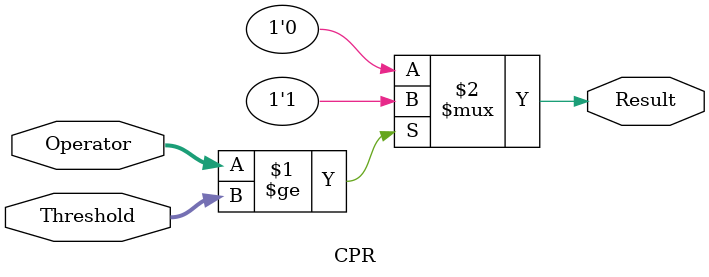
<source format=v>
module CPR (
    //Comparator
    input [7:0] Operator,
    input [7:0] Threshold,

    output Result
);
    assign Result = (Operator >= Threshold) ? 1'b1 : 1'b0;

endmodule
</source>
